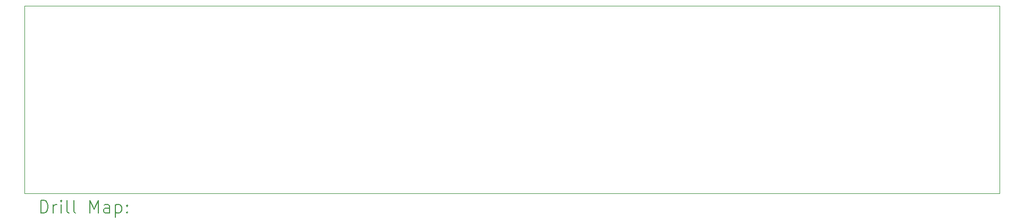
<source format=gbr>
%TF.GenerationSoftware,KiCad,Pcbnew,9.0.3*%
%TF.CreationDate,2025-09-05T00:21:40+02:00*%
%TF.ProjectId,PCB_RULER_IPRL_2025,5043425f-5255-44c4-9552-5f4950524c5f,rev?*%
%TF.SameCoordinates,Original*%
%TF.FileFunction,Drillmap*%
%TF.FilePolarity,Positive*%
%FSLAX45Y45*%
G04 Gerber Fmt 4.5, Leading zero omitted, Abs format (unit mm)*
G04 Created by KiCad (PCBNEW 9.0.3) date 2025-09-05 00:21:40*
%MOMM*%
%LPD*%
G01*
G04 APERTURE LIST*
%ADD10C,0.050000*%
%ADD11C,0.200000*%
G04 APERTURE END LIST*
D10*
X7220000Y-8500000D02*
X22750000Y-8500000D01*
X22750000Y-11500000D01*
X7220000Y-11500000D01*
X7220000Y-8500000D01*
D11*
X7478277Y-11813984D02*
X7478277Y-11613984D01*
X7478277Y-11613984D02*
X7525896Y-11613984D01*
X7525896Y-11613984D02*
X7554467Y-11623508D01*
X7554467Y-11623508D02*
X7573515Y-11642555D01*
X7573515Y-11642555D02*
X7583039Y-11661603D01*
X7583039Y-11661603D02*
X7592562Y-11699698D01*
X7592562Y-11699698D02*
X7592562Y-11728269D01*
X7592562Y-11728269D02*
X7583039Y-11766365D01*
X7583039Y-11766365D02*
X7573515Y-11785412D01*
X7573515Y-11785412D02*
X7554467Y-11804460D01*
X7554467Y-11804460D02*
X7525896Y-11813984D01*
X7525896Y-11813984D02*
X7478277Y-11813984D01*
X7678277Y-11813984D02*
X7678277Y-11680650D01*
X7678277Y-11718746D02*
X7687801Y-11699698D01*
X7687801Y-11699698D02*
X7697324Y-11690174D01*
X7697324Y-11690174D02*
X7716372Y-11680650D01*
X7716372Y-11680650D02*
X7735420Y-11680650D01*
X7802086Y-11813984D02*
X7802086Y-11680650D01*
X7802086Y-11613984D02*
X7792562Y-11623508D01*
X7792562Y-11623508D02*
X7802086Y-11633031D01*
X7802086Y-11633031D02*
X7811610Y-11623508D01*
X7811610Y-11623508D02*
X7802086Y-11613984D01*
X7802086Y-11613984D02*
X7802086Y-11633031D01*
X7925896Y-11813984D02*
X7906848Y-11804460D01*
X7906848Y-11804460D02*
X7897324Y-11785412D01*
X7897324Y-11785412D02*
X7897324Y-11613984D01*
X8030658Y-11813984D02*
X8011610Y-11804460D01*
X8011610Y-11804460D02*
X8002086Y-11785412D01*
X8002086Y-11785412D02*
X8002086Y-11613984D01*
X8259229Y-11813984D02*
X8259229Y-11613984D01*
X8259229Y-11613984D02*
X8325896Y-11756841D01*
X8325896Y-11756841D02*
X8392563Y-11613984D01*
X8392563Y-11613984D02*
X8392563Y-11813984D01*
X8573515Y-11813984D02*
X8573515Y-11709222D01*
X8573515Y-11709222D02*
X8563991Y-11690174D01*
X8563991Y-11690174D02*
X8544944Y-11680650D01*
X8544944Y-11680650D02*
X8506848Y-11680650D01*
X8506848Y-11680650D02*
X8487801Y-11690174D01*
X8573515Y-11804460D02*
X8554467Y-11813984D01*
X8554467Y-11813984D02*
X8506848Y-11813984D01*
X8506848Y-11813984D02*
X8487801Y-11804460D01*
X8487801Y-11804460D02*
X8478277Y-11785412D01*
X8478277Y-11785412D02*
X8478277Y-11766365D01*
X8478277Y-11766365D02*
X8487801Y-11747317D01*
X8487801Y-11747317D02*
X8506848Y-11737793D01*
X8506848Y-11737793D02*
X8554467Y-11737793D01*
X8554467Y-11737793D02*
X8573515Y-11728269D01*
X8668753Y-11680650D02*
X8668753Y-11880650D01*
X8668753Y-11690174D02*
X8687801Y-11680650D01*
X8687801Y-11680650D02*
X8725896Y-11680650D01*
X8725896Y-11680650D02*
X8744944Y-11690174D01*
X8744944Y-11690174D02*
X8754467Y-11699698D01*
X8754467Y-11699698D02*
X8763991Y-11718746D01*
X8763991Y-11718746D02*
X8763991Y-11775888D01*
X8763991Y-11775888D02*
X8754467Y-11794936D01*
X8754467Y-11794936D02*
X8744944Y-11804460D01*
X8744944Y-11804460D02*
X8725896Y-11813984D01*
X8725896Y-11813984D02*
X8687801Y-11813984D01*
X8687801Y-11813984D02*
X8668753Y-11804460D01*
X8849705Y-11794936D02*
X8859229Y-11804460D01*
X8859229Y-11804460D02*
X8849705Y-11813984D01*
X8849705Y-11813984D02*
X8840182Y-11804460D01*
X8840182Y-11804460D02*
X8849705Y-11794936D01*
X8849705Y-11794936D02*
X8849705Y-11813984D01*
X8849705Y-11690174D02*
X8859229Y-11699698D01*
X8859229Y-11699698D02*
X8849705Y-11709222D01*
X8849705Y-11709222D02*
X8840182Y-11699698D01*
X8840182Y-11699698D02*
X8849705Y-11690174D01*
X8849705Y-11690174D02*
X8849705Y-11709222D01*
M02*

</source>
